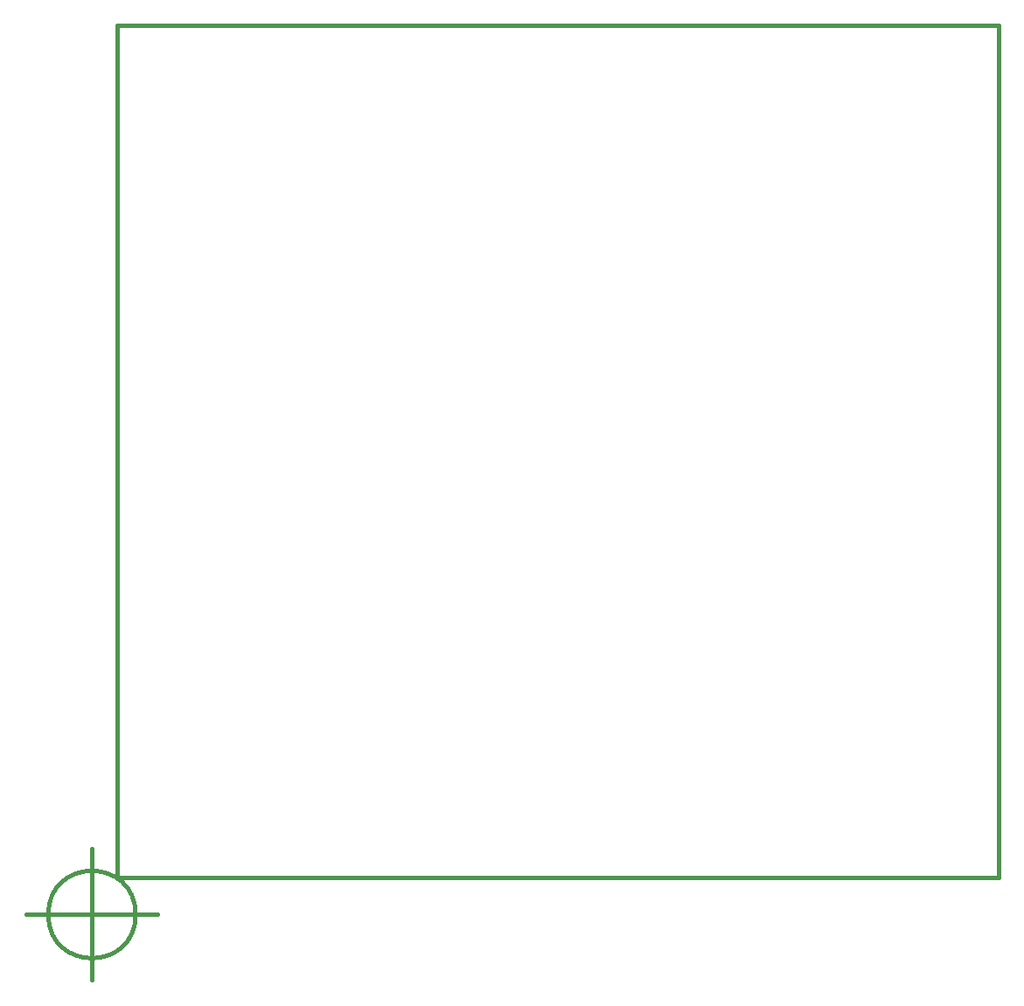
<source format=gbr>
G04 (created by PCBNEW (2013-04-21 BZR 4107)-testing) date Thursday, 13 June 2013 16:51:55*
%MOIN*%
G04 Gerber Fmt 3.4, Leading zero omitted, Abs format*
%FSLAX34Y34*%
G01*
G70*
G90*
G04 APERTURE LIST*
%ADD10C,2.3622e-06*%
%ADD11C,0.015*%
G04 APERTURE END LIST*
G54D10*
G54D11*
X62621Y-80896D02*
G75*
G03X62621Y-80896I-1666J0D01*
G74*
G01*
X58455Y-80896D02*
X63455Y-80896D01*
X60955Y-78396D02*
X60955Y-83396D01*
X61900Y-79534D02*
X61900Y-47034D01*
X95500Y-79500D02*
X61900Y-79500D01*
X95500Y-47000D02*
X95500Y-79500D01*
X61900Y-47000D02*
X95500Y-47000D01*
M02*

</source>
